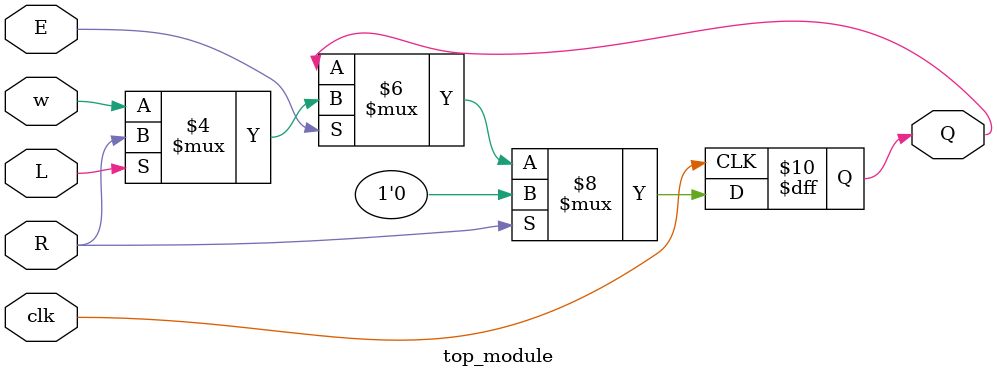
<source format=sv>
module top_module (
    input clk,
    input w,
    input R,
    input E,
    input L,
    output reg Q
);

always @(posedge clk) begin
    if (E) begin
        if (L)
            Q <= R;
        else
            Q <= w;
    end
    else begin
        Q <= Q; // Hold the current state of Q
    end

    if (R)
        Q <= 1'b0; // Reset Q to 0
end

endmodule

</source>
